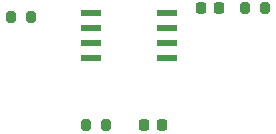
<source format=gbr>
%TF.GenerationSoftware,KiCad,Pcbnew,(5.99.0-11014-g82f3df4086)*%
%TF.CreationDate,2021-07-07T15:05:38-04:00*%
%TF.ProjectId,DigitimerPulseExtender,44696769-7469-46d6-9572-50756c736545,rev?*%
%TF.SameCoordinates,Original*%
%TF.FileFunction,Paste,Top*%
%TF.FilePolarity,Positive*%
%FSLAX46Y46*%
G04 Gerber Fmt 4.6, Leading zero omitted, Abs format (unit mm)*
G04 Created by KiCad (PCBNEW (5.99.0-11014-g82f3df4086)) date 2021-07-07 15:05:38*
%MOMM*%
%LPD*%
G01*
G04 APERTURE LIST*
G04 Aperture macros list*
%AMRoundRect*
0 Rectangle with rounded corners*
0 $1 Rounding radius*
0 $2 $3 $4 $5 $6 $7 $8 $9 X,Y pos of 4 corners*
0 Add a 4 corners polygon primitive as box body*
4,1,4,$2,$3,$4,$5,$6,$7,$8,$9,$2,$3,0*
0 Add four circle primitives for the rounded corners*
1,1,$1+$1,$2,$3*
1,1,$1+$1,$4,$5*
1,1,$1+$1,$6,$7*
1,1,$1+$1,$8,$9*
0 Add four rect primitives between the rounded corners*
20,1,$1+$1,$2,$3,$4,$5,0*
20,1,$1+$1,$4,$5,$6,$7,0*
20,1,$1+$1,$6,$7,$8,$9,0*
20,1,$1+$1,$8,$9,$2,$3,0*%
G04 Aperture macros list end*
%ADD10R,1.701800X0.609600*%
%ADD11RoundRect,0.200000X-0.200000X-0.275000X0.200000X-0.275000X0.200000X0.275000X-0.200000X0.275000X0*%
%ADD12RoundRect,0.225000X-0.225000X-0.250000X0.225000X-0.250000X0.225000X0.250000X-0.225000X0.250000X0*%
G04 APERTURE END LIST*
D10*
%TO.C,U1*%
X56337200Y-60071000D03*
X56337200Y-58801000D03*
X56337200Y-57531000D03*
X56337200Y-56261000D03*
X49834800Y-56261000D03*
X49834800Y-57531000D03*
X49834800Y-58801000D03*
X49834800Y-60071000D03*
%TD*%
D11*
%TO.C,R3*%
X49467000Y-65786000D03*
X51117000Y-65786000D03*
%TD*%
%TO.C,R2*%
X62929000Y-55880000D03*
X64579000Y-55880000D03*
%TD*%
%TO.C,R1*%
X43117000Y-56642000D03*
X44767000Y-56642000D03*
%TD*%
D12*
%TO.C,C2*%
X54343000Y-65786000D03*
X55893000Y-65786000D03*
%TD*%
%TO.C,C1*%
X59169000Y-55880000D03*
X60719000Y-55880000D03*
%TD*%
M02*

</source>
